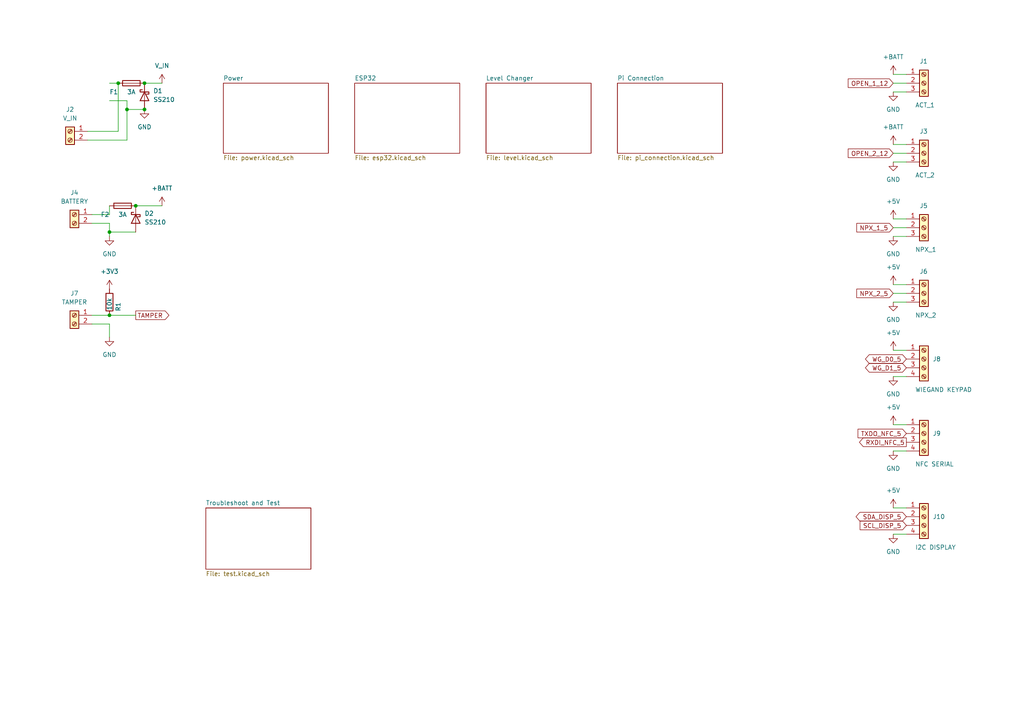
<source format=kicad_sch>
(kicad_sch (version 20211123) (generator eeschema)
  (paper "A4")
  (lib_symbols
    (symbol "Connector:Screw_Terminal_01x02" (pin_names (offset 1.016) hide)
      (property "Reference" "J" (at 0 2.54 0))
      (property "Value" "Screw_Terminal_01x02" (at 0 -5.08 0))
      (symbol "Screw_Terminal_01x02_1_1"
        (rectangle (start -1.27 1.27) (end 1.27 -3.81) (stroke (width 0.254)) (fill (type background)))
        (circle (center 0 -2.54) (radius 0.635) (stroke (width 0.1524)))
        (polyline (pts (xy -0.5334 -2.2098) (xy 0.3302 -3.048)) (stroke (width 0.1524)))
        (polyline (pts (xy -0.5334 0.3302) (xy 0.3302 -0.508)) (stroke (width 0.1524)))
        (polyline (pts (xy -0.3556 -2.032) (xy 0.508 -2.8702)) (stroke (width 0.1524)))
        (polyline (pts (xy -0.3556 0.508) (xy 0.508 -0.3302)) (stroke (width 0.1524)))
        (circle (center 0 0) (radius 0.635) (stroke (width 0.1524)))
        (pin passive line (at -5.08 0 0) (length 3.81) (name "Pin_1") (number "1"))
        (pin passive line (at -5.08 -2.54 0) (length 3.81) (name "Pin_2") (number "2"))
      )
    )
    (symbol "Connector:Screw_Terminal_01x03" (pin_names (offset 1.016) hide)
      (property "Reference" "J" (at 0 5.08 0))
      (property "Value" "Screw_Terminal_01x03" (at 0 -5.08 0))
      (symbol "Screw_Terminal_01x03_1_1"
        (rectangle (start -1.27 3.81) (end 1.27 -3.81) (stroke (width 0.254)) (fill (type background)))
        (circle (center 0 -2.54) (radius 0.635) (stroke (width 0.1524)))
        (polyline (pts (xy -0.5334 -2.2098) (xy 0.3302 -3.048)) (stroke (width 0.1524)))
        (polyline (pts (xy -0.5334 0.3302) (xy 0.3302 -0.508)) (stroke (width 0.1524)))
        (polyline (pts (xy -0.5334 2.8702) (xy 0.3302 2.032)) (stroke (width 0.1524)))
        (polyline (pts (xy -0.3556 -2.032) (xy 0.508 -2.8702)) (stroke (width 0.1524)))
        (polyline (pts (xy -0.3556 0.508) (xy 0.508 -0.3302)) (stroke (width 0.1524)))
        (polyline (pts (xy -0.3556 3.048) (xy 0.508 2.2098)) (stroke (width 0.1524)))
        (circle (center 0 0) (radius 0.635) (stroke (width 0.1524)))
        (circle (center 0 2.54) (radius 0.635) (stroke (width 0.1524)))
        (pin passive line (at -5.08 2.54 0) (length 3.81) (name "Pin_1") (number "1"))
        (pin passive line (at -5.08 0 0) (length 3.81) (name "Pin_2") (number "2"))
        (pin passive line (at -5.08 -2.54 0) (length 3.81) (name "Pin_3") (number "3"))
      )
    )
    (symbol "Connector:Screw_Terminal_01x04" (pin_names (offset 1.016) hide)
      (property "Reference" "J" (at 0 5.08 0))
      (property "Value" "Screw_Terminal_01x04" (at 0 -7.62 0))
      (symbol "Screw_Terminal_01x04_1_1"
        (rectangle (start -1.27 3.81) (end 1.27 -6.35) (stroke (width 0.254)) (fill (type background)))
        (circle (center 0 -5.08) (radius 0.635) (stroke (width 0.1524)))
        (circle (center 0 -2.54) (radius 0.635) (stroke (width 0.1524)))
        (polyline (pts (xy -0.5334 -4.7498) (xy 0.3302 -5.588)) (stroke (width 0.1524)))
        (polyline (pts (xy -0.5334 -2.2098) (xy 0.3302 -3.048)) (stroke (width 0.1524)))
        (polyline (pts (xy -0.5334 0.3302) (xy 0.3302 -0.508)) (stroke (width 0.1524)))
        (polyline (pts (xy -0.5334 2.8702) (xy 0.3302 2.032)) (stroke (width 0.1524)))
        (polyline (pts (xy -0.3556 -4.572) (xy 0.508 -5.4102)) (stroke (width 0.1524)))
        (polyline (pts (xy -0.3556 -2.032) (xy 0.508 -2.8702)) (stroke (width 0.1524)))
        (polyline (pts (xy -0.3556 0.508) (xy 0.508 -0.3302)) (stroke (width 0.1524)))
        (polyline (pts (xy -0.3556 3.048) (xy 0.508 2.2098)) (stroke (width 0.1524)))
        (circle (center 0 0) (radius 0.635) (stroke (width 0.1524)))
        (circle (center 0 2.54) (radius 0.635) (stroke (width 0.1524)))
        (pin passive line (at -5.08 2.54 0) (length 3.81) (name "Pin_1") (number "1"))
        (pin passive line (at -5.08 0 0) (length 3.81) (name "Pin_2") (number "2"))
        (pin passive line (at -5.08 -2.54 0) (length 3.81) (name "Pin_3") (number "3"))
        (pin passive line (at -5.08 -5.08 0) (length 3.81) (name "Pin_4") (number "4"))
      )
    )
    (symbol "Device:D_Schottky" (pin_numbers hide) (pin_names (offset 1.016) hide)
      (property "Reference" "D" (at 0 2.54 0))
      (property "Value" "D_Schottky" (at 0 -2.54 0))
      (symbol "D_Schottky_0_1"
        (polyline (pts (xy 1.27 0) (xy -1.27 0)))
        (polyline (pts (xy 1.27 1.27) (xy 1.27 -1.27) (xy -1.27 0) (xy 1.27 1.27)) (stroke (width 0.254)))
        (polyline (pts (xy -1.905 0.635) (xy -1.905 1.27) (xy -1.27 1.27) (xy -1.27 -1.27) (xy -0.635 -1.27) (xy -0.635 -0.635)) (stroke (width 0.254)))
      )
      (symbol "D_Schottky_1_1"
        (pin passive line (at -3.81 0 0) (length 2.54) (name "K") (number "1"))
        (pin passive line (at 3.81 0 180) (length 2.54) (name "A") (number "2"))
      )
    )
    (symbol "Device:Fuse" (pin_numbers hide) (pin_names (offset 0))
      (property "Reference" "F" (at 2.032 0 90))
      (property "Value" "Fuse" (at -1.905 0 90))
      (symbol "Fuse_0_1"
        (rectangle (start -0.762 -2.54) (end 0.762 2.54) (stroke (width 0.254)))
        (polyline (pts (xy 0 2.54) (xy 0 -2.54)))
      )
      (symbol "Fuse_1_1"
        (pin passive line (at 0 3.81 270) (length 1.27) (name "~") (number "1"))
        (pin passive line (at 0 -3.81 90) (length 1.27) (name "~") (number "2"))
      )
    )
    (symbol "Device:R" (pin_numbers hide) (pin_names (offset 0))
      (property "Reference" "R" (at 2.032 0 90))
      (property "Value" "R" (at 0 0 90))
      (symbol "R_0_1"
        (rectangle (start -1.016 -2.54) (end 1.016 2.54) (stroke (width 0.254)))
      )
      (symbol "R_1_1"
        (pin passive line (at 0 3.81 270) (length 1.27) (name "~") (number "1"))
        (pin passive line (at 0 -3.81 90) (length 1.27) (name "~") (number "2"))
      )
    )
    (symbol "Power:V_BATT" (power) (pin_names (offset 0))
      (property "Value" "V_BATT" (at 0 3.556 0))
      (symbol "V_BATT_0_1"
        (polyline (pts (xy -0.762 1.27) (xy 0 2.54)))
        (polyline (pts (xy 0 0) (xy 0 2.54)))
        (polyline (pts (xy 0 2.54) (xy 0.762 1.27)))
      )
      (symbol "V_BATT_1_1"
        (pin power_in line (at 0 0 90) (length 0) hide (name "+BATT") (number "1"))
      )
    )
    (symbol "Power:V_IN" (power) (pin_names (offset 0))
      (property "Value" "V_IN" (at 0 3.556 0))
      (symbol "V_IN_0_1"
        (polyline (pts (xy -0.762 1.27) (xy 0 2.54)))
        (polyline (pts (xy 0 0) (xy 0 2.54)))
        (polyline (pts (xy 0 2.54) (xy 0.762 1.27)))
      )
      (symbol "V_IN_1_1"
        (pin power_in line (at 0 0 90) (length 0) hide (name "V_IN") (number "1"))
      )
    )
    (symbol "power:+3V3" (power) (pin_names (offset 0))
      (property "Value" "+3V3" (at 0 3.556 0))
      (symbol "+3V3_0_1"
        (polyline (pts (xy -0.762 1.27) (xy 0 2.54)))
        (polyline (pts (xy 0 0) (xy 0 2.54)))
        (polyline (pts (xy 0 2.54) (xy 0.762 1.27)))
      )
      (symbol "+3V3_1_1"
        (pin power_in line (at 0 0 90) (length 0) hide (name "+3V3") (number "1"))
      )
    )
    (symbol "power:+5V" (power) (pin_names (offset 0))
      (property "Value" "+5V" (at 0 3.556 0))
      (symbol "+5V_0_1"
        (polyline (pts (xy -0.762 1.27) (xy 0 2.54)))
        (polyline (pts (xy 0 0) (xy 0 2.54)))
        (polyline (pts (xy 0 2.54) (xy 0.762 1.27)))
      )
      (symbol "+5V_1_1"
        (pin power_in line (at 0 0 90) (length 0) hide (name "+5V") (number "1"))
      )
    )
    (symbol "power:GND" (power) (pin_names (offset 0))
      (property "Value" "GND" (at 0 -3.81 0))
      (symbol "GND_0_1"
        (polyline (pts (xy 0 0) (xy 0 -1.27) (xy 1.27 -1.27) (xy 0 -2.54) (xy -1.27 -1.27) (xy 0 -1.27)))
      )
      (symbol "GND_1_1"
        (pin power_in line (at 0 0 270) (length 0) hide (name "GND") (number "1"))
      )
    )
  )
  (junction (at 31.75 67.31))
  (junction (at 39.37 59.69))
  (junction (at 41.91 31.75))
  (junction (at 36.83 31.75))
  (junction (at 34.29 24.13))
  (junction (at 41.91 24.13))
  (junction (at 31.75 91.44))
  (wire (pts (xy 259.08 44.45) (xy 262.89 44.45)))
  (wire (pts (xy 259.08 63.5) (xy 262.89 63.5)))
  (wire (pts (xy 31.75 91.44) (xy 39.37 91.44)))
  (wire (pts (xy 26.67 64.77) (xy 31.75 64.77)))
  (wire (pts (xy 31.75 62.23) (xy 31.75 59.69)))
  (wire (pts (xy 259.08 130.81) (xy 262.89 130.81)))
  (wire (pts (xy 259.08 101.6) (xy 262.89 101.6)))
  (wire (pts (xy 31.75 24.13) (xy 34.29 24.13)))
  (wire (pts (xy 36.83 31.75) (xy 41.91 31.75)))
  (wire (pts (xy 259.08 46.99) (xy 262.89 46.99)))
  (wire (pts (xy 34.29 38.1) (xy 34.29 24.13)))
  (wire (pts (xy 36.83 40.64) (xy 36.83 31.75)))
  (wire (pts (xy 26.67 91.44) (xy 31.75 91.44)))
  (wire (pts (xy 259.08 41.91) (xy 262.89 41.91)))
  (wire (pts (xy 259.08 147.32) (xy 262.89 147.32)))
  (wire (pts (xy 259.08 123.19) (xy 262.89 123.19)))
  (wire (pts (xy 259.08 85.09) (xy 262.89 85.09)))
  (wire (pts (xy 31.75 29.21) (xy 36.83 29.21)))
  (wire (pts (xy 259.08 26.67) (xy 262.89 26.67)))
  (wire (pts (xy 259.08 24.13) (xy 262.89 24.13)))
  (wire (pts (xy 26.67 62.23) (xy 31.75 62.23)))
  (wire (pts (xy 259.08 154.94) (xy 262.89 154.94)))
  (wire (pts (xy 259.08 21.59) (xy 262.89 21.59)))
  (wire (pts (xy 259.08 87.63) (xy 262.89 87.63)))
  (wire (pts (xy 31.75 64.77) (xy 31.75 67.31)))
  (wire (pts (xy 31.75 67.31) (xy 39.37 67.31)))
  (wire (pts (xy 259.08 109.22) (xy 262.89 109.22)))
  (wire (pts (xy 259.08 66.04) (xy 262.89 66.04)))
  (wire (pts (xy 31.75 93.98) (xy 31.75 97.79)))
  (wire (pts (xy 25.4 38.1) (xy 34.29 38.1)))
  (wire (pts (xy 39.37 59.69) (xy 46.99 59.69)))
  (wire (pts (xy 259.08 82.55) (xy 262.89 82.55)))
  (wire (pts (xy 259.08 68.58) (xy 262.89 68.58)))
  (wire (pts (xy 26.67 93.98) (xy 31.75 93.98)))
  (wire (pts (xy 41.91 24.13) (xy 46.99 24.13)))
  (wire (pts (xy 31.75 67.31) (xy 31.75 68.58)))
  (wire (pts (xy 25.4 40.64) (xy 36.83 40.64)))
  (wire (pts (xy 36.83 31.75) (xy 36.83 29.21)))
  (global_label "SCL_DISP_5" (shape input) (at 262.89 152.4 180) (property "Intersheet References" "${INTERSHEET_REFS}" (effects hide)))
  (global_label "OPEN_2_12" (shape input) (at 259.08 44.45 180) (property "Intersheet References" "${INTERSHEET_REFS}" (effects hide)))
  (global_label "RXDI_NFC_5" (shape output) (at 262.89 128.27 180) (property "Intersheet References" "${INTERSHEET_REFS}" (effects hide)))
  (global_label "NPX_1_5" (shape input) (at 259.08 66.04 180) (property "Intersheet References" "${INTERSHEET_REFS}" (effects hide)))
  (global_label "TAMPER" (shape output) (at 39.37 91.44 0) (property "Intersheet References" "${INTERSHEET_REFS}" (effects hide)))
  (global_label "NPX_2_5" (shape input) (at 259.08 85.09 180) (property "Intersheet References" "${INTERSHEET_REFS}" (effects hide)))
  (global_label "TXDO_NFC_5" (shape input) (at 262.89 125.73 180) (property "Intersheet References" "${INTERSHEET_REFS}" (effects hide)))
  (global_label "WG_D1_5" (shape bidirectional) (at 262.89 106.68 180) (property "Intersheet References" "${INTERSHEET_REFS}" (effects hide)))
  (global_label "SDA_DISP_5" (shape bidirectional) (at 262.89 149.86 180) (property "Intersheet References" "${INTERSHEET_REFS}" (effects hide)))
  (global_label "OPEN_1_12" (shape input) (at 259.08 24.13 180) (property "Intersheet References" "${INTERSHEET_REFS}" (effects hide)))
  (global_label "WG_D0_5" (shape bidirectional) (at 262.89 104.14 180) (property "Intersheet References" "${INTERSHEET_REFS}" (effects hide)))
  (symbol (lib_id "Power:V_BATT") (at 46.99 59.69 0) (unit 1)
    (property "Reference" "#PWR07" (effects hide))
    (property "Value" "V_BATT" (at 46.99 54.61 0))
  )
  (symbol (lib_id "Connector:Screw_Terminal_01x03") (at 267.97 66.04 0) (unit 1)
    (property "Reference" "J5" (at 266.7 59.69 0) (effects (justify left)))
    (property "Value" "NPX_1" (at 265.43 72.39 0) (effects (justify left)))
    (property "Footprint" "TerminalBlock_Phoenix:TerminalBlock_Phoenix_MPT-0,5-3-2.54_1x03_P2.54mm_Horizontal" (effects hide))
    (property "Datasheet" "https://datasheet.lcsc.com/lcsc/2201131330_DIBO-DB125-2-54-3P-GN_C918121.pdf" (effects hide))
    (property "BUY" "C918121" (effects hide))
  )
  (symbol (lib_id "power:GND") (at 259.08 26.67 0) (unit 1)
    (property "Reference" "#PWR03" (effects hide))
    (property "Value" "GND" (at 259.08 31.75 0))
  )
  (symbol (lib_id "power:+5V") (at 259.08 147.32 0) (unit 1)
    (property "Reference" "#PWR019" (effects hide))
    (property "Value" "+5V" (at 259.08 142.24 0))
  )
  (symbol (lib_id "power:+5V") (at 259.08 123.19 0) (unit 1)
    (property "Reference" "#PWR017" (effects hide))
    (property "Value" "+5V" (at 259.08 118.11 0))
  )
  (symbol (lib_id "Power:V_BATT") (at 259.08 21.59 0) (unit 1)
    (property "Reference" "#PWR01" (effects hide))
    (property "Value" "V_BATT" (at 259.08 16.51 0))
  )
  (symbol (lib_id "power:+3V3") (at 31.75 83.82 0) (unit 1)
    (property "Reference" "#PWR012" (effects hide))
    (property "Value" "+3V3" (at 31.75 78.74 0))
  )
  (symbol (lib_id "Device:Fuse") (at 38.1 24.13 270) (unit 1)
    (property "Reference" "F1" (at 33.02 26.67 90))
    (property "Value" "3A" (at 38.1 26.67 90))
    (property "Footprint" "Fuse:Fuseholder_Cylinder-5x20mm_Schurter_0031_8201_Horizontal_Open" (effects hide))
    (property "BUY" "C3130" (effects hide))
  )
  (symbol (lib_id "power:+5V") (at 259.08 101.6 0) (unit 1)
    (property "Reference" "#PWR015" (effects hide))
    (property "Value" "+5V" (at 259.08 96.52 0))
  )
  (symbol (lib_id "power:+5V") (at 259.08 63.5 0) (unit 1)
    (property "Reference" "#PWR08" (effects hide))
    (property "Value" "+5V" (at 259.08 58.42 0))
  )
  (symbol (lib_id "power:GND") (at 259.08 87.63 0) (unit 1)
    (property "Reference" "#PWR013" (effects hide))
    (property "Value" "GND" (at 259.08 92.71 0))
  )
  (symbol (lib_id "Device:D_Schottky") (at 39.37 63.5 90) (mirror x) (unit 1)
    (property "Reference" "D2" (at 41.91 61.9124 90) (effects (justify right)))
    (property "Value" "SS210" (at 41.91 64.4524 90) (effects (justify right)))
    (property "Footprint" "Diode_SMD:D_SMA" (effects hide))
    (property "Datasheet" "https://datasheet.lcsc.com/lcsc/1811071613_MDD-Microdiode-Electronics--SS210_C14996.pdf" (effects hide))
    (property "LCSC" "C14996" (effects hide))
  )
  (symbol (lib_id "Connector:Screw_Terminal_01x02") (at 21.59 91.44 0) (mirror y) (unit 1)
    (property "Reference" "J7" (at 21.59 85.09 0))
    (property "Value" "TAMPER" (at 21.59 87.63 0))
    (property "Footprint" "TerminalBlock_Phoenix:TerminalBlock_Phoenix_MPT-0,5-2-2.54_1x02_P2.54mm_Horizontal" (effects hide))
    (property "Datasheet" "https://datasheet.lcsc.com/lcsc/2201131330_DIBO-DB125-2-54-2P-GN_C918120.pdf" (effects hide))
    (property "BUY" "C918120" (effects hide))
  )
  (symbol (lib_id "power:GND") (at 259.08 109.22 0) (unit 1)
    (property "Reference" "#PWR016" (effects hide))
    (property "Value" "GND" (at 259.08 114.3 0))
  )
  (symbol (lib_id "power:GND") (at 259.08 130.81 0) (unit 1)
    (property "Reference" "#PWR018" (effects hide))
    (property "Value" "GND" (at 259.08 135.89 0))
  )
  (symbol (lib_id "Connector:Screw_Terminal_01x02") (at 20.32 38.1 0) (mirror y) (unit 1)
    (property "Reference" "J2" (at 20.32 31.75 0))
    (property "Value" "V_IN" (at 20.32 34.29 0))
    (property "Footprint" "TerminalBlock_Phoenix:TerminalBlock_Phoenix_MPT-0,5-2-2.54_1x02_P2.54mm_Horizontal" (effects hide))
    (property "Datasheet" "https://datasheet.lcsc.com/lcsc/2201131330_DIBO-DB125-2-54-2P-GN_C918120.pdf" (effects hide))
    (property "BUY" "C918120" (effects hide))
  )
  (symbol (lib_id "Power:V_IN") (at 46.99 24.13 0) (unit 1)
    (property "Reference" "#PWR02" (effects hide))
    (property "Value" "V_IN" (at 46.99 19.05 0))
  )
  (symbol (lib_id "power:+5V") (at 259.08 82.55 0) (unit 1)
    (property "Reference" "#PWR011" (effects hide))
    (property "Value" "+5V" (at 259.08 77.47 0))
  )
  (symbol (lib_id "Connector:Screw_Terminal_01x03") (at 267.97 85.09 0) (unit 1)
    (property "Reference" "J6" (at 266.7 78.74 0) (effects (justify left)))
    (property "Value" "NPX_2" (at 265.43 91.44 0) (effects (justify left)))
    (property "Footprint" "TerminalBlock_Phoenix:TerminalBlock_Phoenix_MPT-0,5-3-2.54_1x03_P2.54mm_Horizontal" (effects hide))
    (property "Datasheet" "https://datasheet.lcsc.com/lcsc/2201131330_DIBO-DB125-2-54-3P-GN_C918121.pdf" (effects hide))
    (property "BUY" "C918121" (effects hide))
  )
  (symbol (lib_id "power:GND") (at 259.08 68.58 0) (unit 1)
    (property "Reference" "#PWR010" (effects hide))
    (property "Value" "GND" (at 259.08 73.66 0))
  )
  (symbol (lib_id "Connector:Screw_Terminal_01x04") (at 267.97 149.86 0) (unit 1)
    (property "Reference" "J10" (at 270.51 149.8599 0) (effects (justify left)))
    (property "Value" "I2C DISPLAY" (at 265.43 158.75 0) (effects (justify left)))
    (property "Footprint" "TerminalBlock_Phoenix:TerminalBlock_Phoenix_MPT-0,5-4-2.54_1x04_P2.54mm_Horizontal" (effects hide))
    (property "Datasheet" "https://datasheet.lcsc.com/lcsc/2201131330_DIBO-DB125-2-54-4P-GN_C918122.pdf" (effects hide))
    (property "BUY" "C918122" (effects hide))
  )
  (symbol (lib_id "power:GND") (at 259.08 154.94 0) (unit 1)
    (property "Reference" "#PWR020" (effects hide))
    (property "Value" "GND" (at 259.08 160.02 0))
  )
  (symbol (lib_id "Power:V_BATT") (at 259.08 41.91 0) (unit 1)
    (property "Reference" "#PWR05" (effects hide))
    (property "Value" "V_BATT" (at 259.08 36.83 0))
  )
  (symbol (lib_id "Device:Fuse") (at 35.56 59.69 270) (unit 1)
    (property "Reference" "F2" (at 30.48 62.23 90))
    (property "Value" "3A" (at 35.56 62.23 90))
    (property "Footprint" "Fuse:Fuseholder_Cylinder-5x20mm_Schurter_0031_8201_Horizontal_Open" (effects hide))
    (property "BUY" "C3130" (effects hide))
  )
  (symbol (lib_id "power:GND") (at 41.91 31.75 0) (unit 1)
    (property "Reference" "#PWR04" (effects hide))
    (property "Value" "GND" (at 41.91 36.83 0))
  )
  (symbol (lib_id "power:GND") (at 31.75 97.79 0) (unit 1)
    (property "Reference" "#PWR014" (effects hide))
    (property "Value" "GND" (at 31.75 102.87 0))
  )
  (symbol (lib_id "Connector:Screw_Terminal_01x04") (at 267.97 125.73 0) (unit 1)
    (property "Reference" "J9" (at 270.51 125.7299 0) (effects (justify left)))
    (property "Value" "NFC SERIAL" (at 265.43 134.62 0) (effects (justify left)))
    (property "Footprint" "TerminalBlock_Phoenix:TerminalBlock_Phoenix_MPT-0,5-4-2.54_1x04_P2.54mm_Horizontal" (effects hide))
    (property "Datasheet" "https://datasheet.lcsc.com/lcsc/2201131330_DIBO-DB125-2-54-4P-GN_C918122.pdf" (effects hide))
    (property "BUY" "C918122" (effects hide))
  )
  (symbol (lib_id "power:GND") (at 259.08 46.99 0) (unit 1)
    (property "Reference" "#PWR06" (effects hide))
    (property "Value" "GND" (at 259.08 52.07 0))
  )
  (symbol (lib_id "Connector:Screw_Terminal_01x03") (at 267.97 24.13 0) (unit 1)
    (property "Reference" "J1" (at 266.7 17.78 0) (effects (justify left)))
    (property "Value" "ACT_1" (at 265.43 30.48 0) (effects (justify left)))
    (property "Footprint" "TerminalBlock_Phoenix:TerminalBlock_Phoenix_MPT-0,5-3-2.54_1x03_P2.54mm_Horizontal" (effects hide))
    (property "Datasheet" "https://datasheet.lcsc.com/lcsc/2201131330_DIBO-DB125-2-54-3P-GN_C918121.pdf" (effects hide))
    (property "BUY" "C918121" (effects hide))
  )
  (symbol (lib_id "Device:D_Schottky") (at 41.91 27.94 90) (mirror x) (unit 1)
    (property "Reference" "D1" (at 44.45 26.3524 90) (effects (justify right)))
    (property "Value" "SS210" (at 44.45 28.8924 90) (effects (justify right)))
    (property "Footprint" "Diode_SMD:D_SMA" (effects hide))
    (property "Datasheet" "https://datasheet.lcsc.com/lcsc/1811071613_MDD-Microdiode-Electronics--SS210_C14996.pdf" (effects hide))
    (property "LCSC" "C14996" (effects hide))
  )
  (symbol (lib_id "Device:R") (at 31.75 87.63 180) (unit 1)
    (property "Reference" "R1" (at 34.29 87.63 90) (effects (justify left)))
    (property "Value" "10k" (at 31.75 86.36 90) (effects (justify left)))
    (property "Footprint" "Resistor_SMD:R_0603_1608Metric" (effects hide))
    (property "LCSC" "C25804" (effects hide))
  )
  (symbol (lib_id "power:GND") (at 31.75 68.58 0) (unit 1)
    (property "Reference" "#PWR09" (effects hide))
    (property "Value" "GND" (at 31.75 73.66 0))
  )
  (symbol (lib_id "Connector:Screw_Terminal_01x03") (at 267.97 44.45 0) (unit 1)
    (property "Reference" "J3" (at 266.7 38.1 0) (effects (justify left)))
    (property "Value" "ACT_2" (at 265.43 50.8 0) (effects (justify left)))
    (property "Footprint" "TerminalBlock_Phoenix:TerminalBlock_Phoenix_MPT-0,5-3-2.54_1x03_P2.54mm_Horizontal" (effects hide))
    (property "Datasheet" "https://datasheet.lcsc.com/lcsc/2201131330_DIBO-DB125-2-54-3P-GN_C918121.pdf" (effects hide))
    (property "BUY" "C918121" (effects hide))
  )
  (symbol (lib_id "Connector:Screw_Terminal_01x02") (at 21.59 62.23 0) (mirror y) (unit 1)
    (property "Reference" "J4" (at 21.59 55.88 0))
    (property "Value" "BATTERY" (at 21.59 58.42 0))
    (property "Footprint" "TerminalBlock_Phoenix:TerminalBlock_Phoenix_MPT-0,5-2-2.54_1x02_P2.54mm_Horizontal" (effects hide))
    (property "Datasheet" "https://datasheet.lcsc.com/lcsc/2201131330_DIBO-DB125-2-54-2P-GN_C918120.pdf" (effects hide))
    (property "BUY" "C918120" (effects hide))
  )
  (symbol (lib_id "Connector:Screw_Terminal_01x04") (at 267.97 104.14 0) (unit 1)
    (property "Reference" "J8" (at 270.51 104.1399 0) (effects (justify left)))
    (property "Value" "WIEGAND KEYPAD" (at 265.43 113.03 0) (effects (justify left)))
    (property "Footprint" "TerminalBlock_Phoenix:TerminalBlock_Phoenix_MPT-0,5-4-2.54_1x04_P2.54mm_Horizontal" (effects hide))
    (property "Datasheet" "https://datasheet.lcsc.com/lcsc/2201131330_DIBO-DB125-2-54-4P-GN_C918122.pdf" (effects hide))
    (property "BUY" "C918122" (effects hide))
  )
  (sheet (at 64.77 24.13) (size 30.48 20.32) (stroke (width 0.1524))
    (property "Sheet name" "Power" (at 64.77 23.4184 0) (effects (justify left bottom)))
    (property "Sheet file" "power.kicad_sch" (at 64.77 45.0346 0) (effects (justify left top)))
  )
  (sheet (at 102.87 24.13) (size 30.48 20.32) (stroke (width 0.1524))
    (property "Sheet name" "ESP32" (at 102.87 23.4184 0) (effects (justify left bottom)))
    (property "Sheet file" "esp32.kicad_sch" (at 102.87 45.0346 0) (effects (justify left top)))
  )
  (sheet (at 59.69 147.32) (size 30.48 17.78) (stroke (width 0.1524))
    (property "Sheet name" "Troubleshoot and Test" (at 59.69 146.6084 0) (effects (justify left bottom)))
    (property "Sheet file" "test.kicad_sch" (at 59.69 165.6846 0) (effects (justify left top)))
  )
  (sheet (at 179.07 24.13) (size 30.48 20.32) (stroke (width 0.1524))
    (property "Sheet name" "Pi Connection" (at 179.07 23.4184 0) (effects (justify left bottom)))
    (property "Sheet file" "pi_connection.kicad_sch" (at 179.07 45.0346 0) (effects (justify left top)))
  )
  (sheet (at 140.97 24.13) (size 30.48 20.32) (stroke (width 0.1524))
    (property "Sheet name" "Level Changer" (at 140.97 23.4184 0) (effects (justify left bottom)))
    (property "Sheet file" "level.kicad_sch" (at 140.97 45.0346 0) (effects (justify left top)))
  )
)
</source>
